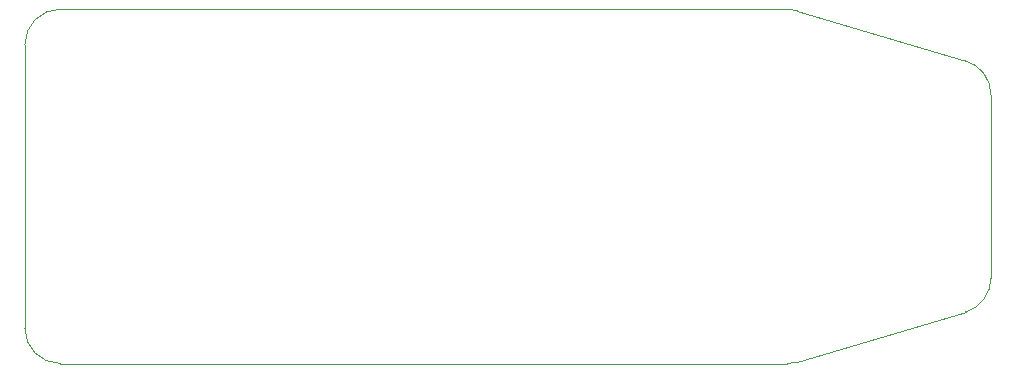
<source format=gm1>
G04 #@! TF.FileFunction,Profile,NP*
%FSLAX46Y46*%
G04 Gerber Fmt 4.6, Leading zero omitted, Abs format (unit mm)*
G04 Created by KiCad (PCBNEW 4.0.2-stable) date Sunday, October 09, 2016 'PMt' 11:06:17 PM*
%MOMM*%
G01*
G04 APERTURE LIST*
%ADD10C,0.100000*%
G04 APERTURE END LIST*
D10*
X81800000Y-22762810D02*
X81800000Y-7237190D01*
X3000000Y-30000000D02*
G75*
G02X0Y-27000000I0J3000000D01*
G01*
X64563042Y0D02*
G75*
G02X65418803Y-124644I0J-3000000D01*
G01*
X65418803Y-124644D02*
X79655761Y-4361834D01*
X65418803Y-29875356D02*
X79655761Y-25638166D01*
X3000000Y0D02*
X64563042Y0D01*
X3000000Y-30000000D02*
X64563042Y-30000000D01*
X81800000Y-22762810D02*
G75*
G02X79655761Y-25638166I-3000000J0D01*
G01*
X65418803Y-29875356D02*
G75*
G02X64563042Y-30000000I-855761J2875356D01*
G01*
X0Y-27000000D02*
X0Y-3000000D01*
X0Y-3000000D02*
G75*
G02X3000000Y0I3000000J0D01*
G01*
X79655761Y-4361834D02*
G75*
G02X81800000Y-7237190I-855761J-2875356D01*
G01*
M02*

</source>
